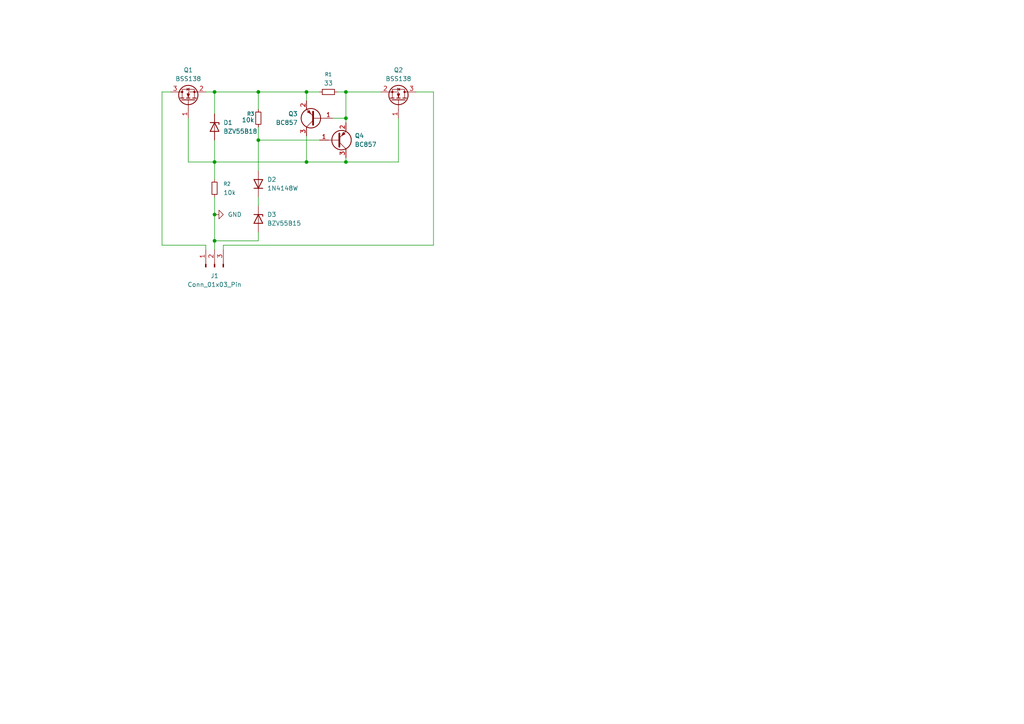
<source format=kicad_sch>
(kicad_sch (version 20250114) (generator "eeschema") (generator_version "9.0")
  (paper "A4")
  (lib_symbols
    (symbol "Connector:Conn_01x03_Pin" (pin_names (offset 1.016) (hide yes))
      (property "Reference" "J" (at 0 5.08 0))
      (property "Value" "Conn_01x03_Pin" (at 0 -5.08 0))
      (symbol "Conn_01x03_Pin_1_1"
        (rectangle (start 0.8636 2.667) (end 0 2.413) (stroke (width 0.1524)) (fill (type outline)))
        (rectangle (start 0.8636 0.127) (end 0 -0.127) (stroke (width 0.1524)) (fill (type outline)))
        (rectangle (start 0.8636 -2.413) (end 0 -2.667) (stroke (width 0.1524)) (fill (type outline)))
        (polyline (pts (xy 1.27 2.54) (xy 0.8636 2.54)) (stroke (width 0.1524)))
        (polyline (pts (xy 1.27 0) (xy 0.8636 0)) (stroke (width 0.1524)))
        (polyline (pts (xy 1.27 -2.54) (xy 0.8636 -2.54)) (stroke (width 0.1524)))
        (pin passive line (at 5.08 2.54 180) (length 3.81) (name "Pin_1") (number "1"))
        (pin passive line (at 5.08 0 180) (length 3.81) (name "Pin_2") (number "2"))
        (pin passive line (at 5.08 -2.54 180) (length 3.81) (name "Pin_3") (number "3"))
      )
    )
    (symbol "Device:R_Small" (pin_numbers (hide yes)) (pin_names (offset 0.254) (hide yes))
      (property "Reference" "R" (at 0 0 90))
      (property "Value" "R_Small" (at 1.778 0 90))
      (symbol "R_Small_0_1"
        (rectangle (start -0.762 1.778) (end 0.762 -1.778) (stroke (width 0.2032)))
      )
      (symbol "R_Small_1_1"
        (pin passive line (at 0 2.54 270) (length 0.762) (name "~") (number "1"))
        (pin passive line (at 0 -2.54 90) (length 0.762) (name "~") (number "2"))
      )
    )
    (symbol "Diode:1N4148W" (pin_numbers (hide yes)) (pin_names (hide yes))
      (property "Reference" "D" (at 0 2.54 0))
      (property "Value" "1N4148W" (at 0 -2.54 0))
      (symbol "1N4148W_0_1"
        (polyline (pts (xy -1.27 1.27) (xy -1.27 -1.27)) (stroke (width 0.254)))
        (polyline (pts (xy 1.27 1.27) (xy 1.27 -1.27) (xy -1.27 0) (xy 1.27 1.27)) (stroke (width 0.254)))
        (polyline (pts (xy 1.27 0) (xy -1.27 0)))
      )
      (symbol "1N4148W_1_1"
        (pin passive line (at -3.81 0 0) (length 2.54) (name "K") (number "1"))
        (pin passive line (at 3.81 0 180) (length 2.54) (name "A") (number "2"))
      )
    )
    (symbol "Diode:BZV55B15" (pin_numbers (hide yes)) (pin_names (hide yes))
      (property "Reference" "D" (at 0 2.54 0))
      (property "Value" "BZV55B15" (at 0 -2.54 0))
      (symbol "BZV55B15_0_1"
        (polyline (pts (xy -1.27 -1.27) (xy -1.27 1.27) (xy -0.762 1.27)) (stroke (width 0.254)))
        (polyline (pts (xy 1.27 0) (xy -1.27 0)))
        (polyline (pts (xy 1.27 -1.27) (xy 1.27 1.27) (xy -1.27 0) (xy 1.27 -1.27)) (stroke (width 0.254)))
      )
      (symbol "BZV55B15_1_1"
        (pin passive line (at -3.81 0 0) (length 2.54) (name "K") (number "1"))
        (pin passive line (at 3.81 0 180) (length 2.54) (name "A") (number "2"))
      )
    )
    (symbol "Diode:BZV55B18" (pin_numbers (hide yes)) (pin_names (hide yes))
      (property "Reference" "D" (at 0 2.54 0))
      (property "Value" "BZV55B18" (at 0 -2.54 0))
      (symbol "BZV55B18_0_1"
        (polyline (pts (xy -1.27 -1.27) (xy -1.27 1.27) (xy -0.762 1.27)) (stroke (width 0.254)))
        (polyline (pts (xy 1.27 0) (xy -1.27 0)))
        (polyline (pts (xy 1.27 -1.27) (xy 1.27 1.27) (xy -1.27 0) (xy 1.27 -1.27)) (stroke (width 0.254)))
      )
      (symbol "BZV55B18_1_1"
        (pin passive line (at -3.81 0 0) (length 2.54) (name "K") (number "1"))
        (pin passive line (at 3.81 0 180) (length 2.54) (name "A") (number "2"))
      )
    )
    (symbol "Transistor_BJT:BC857" (pin_names (offset 0) (hide yes))
      (property "Reference" "Q" (at 5.08 1.905 0))
      (property "Value" "BC857" (at 5.08 0 0))
      (symbol "BC857_0_1"
        (polyline (pts (xy -2.54 0) (xy 0.635 0)))
        (polyline (pts (xy 0.635 1.905) (xy 0.635 -1.905)) (stroke (width 0.508)))
        (polyline (pts (xy 0.635 0.635) (xy 2.54 2.54)))
        (polyline (pts (xy 0.635 -0.635) (xy 2.54 -2.54)))
        (circle (center 1.27 0) (radius 2.8194) (stroke (width 0.254)))
        (polyline (pts (xy 2.286 -1.778) (xy 1.778 -2.286) (xy 1.27 -1.27) (xy 2.286 -1.778)) (fill (type outline)))
      )
      (symbol "BC857_1_1"
        (pin input line (at -5.08 0 0) (length 2.54) (name "B") (number "1"))
        (pin passive line (at 2.54 5.08 270) (length 2.54) (name "C") (number "3"))
        (pin passive line (at 2.54 -5.08 90) (length 2.54) (name "E") (number "2"))
      )
    )
    (symbol "Transistor_FET:BSS138" (pin_names (offset 0) (hide yes))
      (property "Reference" "Q" (at 5.08 1.905 0))
      (property "Value" "BSS138" (at 5.08 0 0))
      (symbol "BSS138_0_1"
        (polyline (pts (xy 0.254 1.905) (xy 0.254 -1.905)) (stroke (width 0.254)))
        (polyline (pts (xy 0.254 0) (xy -2.54 0)))
        (polyline (pts (xy 0.762 2.286) (xy 0.762 1.27)) (stroke (width 0.254)))
        (polyline (pts (xy 0.762 0.508) (xy 0.762 -0.508)) (stroke (width 0.254)))
        (polyline (pts (xy 0.762 -1.27) (xy 0.762 -2.286)) (stroke (width 0.254)))
        (polyline (pts (xy 0.762 -1.778) (xy 3.302 -1.778) (xy 3.302 1.778) (xy 0.762 1.778)))
        (polyline (pts (xy 1.016 0) (xy 2.032 0.381) (xy 2.032 -0.381) (xy 1.016 0)) (fill (type outline)))
        (circle (center 1.651 0) (radius 2.794) (stroke (width 0.254)))
        (polyline (pts (xy 2.54 2.54) (xy 2.54 1.778)))
        (circle (center 2.54 1.778) (radius 0.254) (fill (type outline)))
        (circle (center 2.54 -1.778) (radius 0.254) (fill (type outline)))
        (polyline (pts (xy 2.54 -2.54) (xy 2.54 0) (xy 0.762 0)))
        (polyline (pts (xy 2.921 0.381) (xy 3.683 0.381)))
        (polyline (pts (xy 3.302 0.381) (xy 2.921 -0.254) (xy 3.683 -0.254) (xy 3.302 0.381)))
      )
      (symbol "BSS138_1_1"
        (pin input line (at -5.08 0 0) (length 2.54) (name "G") (number "1"))
        (pin passive line (at 2.54 5.08 270) (length 2.54) (name "D") (number "3"))
        (pin passive line (at 2.54 -5.08 90) (length 2.54) (name "S") (number "2"))
      )
    )
    (symbol "power:GND" (power) (pin_numbers (hide yes)) (pin_names (offset 0) (hide yes))
      (property "Value" "GND" (at 0 -3.81 0))
      (symbol "GND_0_1"
        (polyline (pts (xy 0 0) (xy 0 -1.27) (xy 1.27 -1.27) (xy 0 -2.54) (xy -1.27 -1.27) (xy 0 -1.27)))
      )
      (symbol "GND_1_1"
        (pin power_in line (at 0 0 270) (length 0) (name "~") (number "1"))
      )
    )
  )
  (junction (at 62.23 26.67))
  (junction (at 74.93 26.67))
  (junction (at 100.33 46.99))
  (junction (at 62.23 62.23))
  (junction (at 62.23 69.85))
  (junction (at 100.33 26.67))
  (junction (at 88.9 46.99))
  (junction (at 74.93 40.64))
  (junction (at 88.9 26.67))
  (junction (at 100.33 34.29))
  (junction (at 62.23 46.99))
  (wire (pts (xy 88.9 26.67) (xy 88.9 29.21)))
  (wire (pts (xy 88.9 26.67) (xy 74.93 26.67)))
  (wire (pts (xy 54.61 46.99) (xy 62.23 46.99)))
  (wire (pts (xy 59.69 71.12) (xy 46.99 71.12)))
  (wire (pts (xy 62.23 40.64) (xy 62.23 46.99)))
  (wire (pts (xy 74.93 31.75) (xy 74.93 26.67)))
  (wire (pts (xy 64.77 71.12) (xy 64.77 72.39)))
  (wire (pts (xy 74.93 67.31) (xy 74.93 69.85)))
  (wire (pts (xy 92.71 26.67) (xy 88.9 26.67)))
  (wire (pts (xy 125.73 71.12) (xy 64.77 71.12)))
  (wire (pts (xy 62.23 26.67) (xy 59.69 26.67)))
  (wire (pts (xy 100.33 46.99) (xy 115.57 46.99)))
  (wire (pts (xy 88.9 46.99) (xy 100.33 46.99)))
  (wire (pts (xy 115.57 34.29) (xy 115.57 46.99)))
  (wire (pts (xy 62.23 62.23) (xy 62.23 69.85)))
  (wire (pts (xy 62.23 26.67) (xy 62.23 33.02)))
  (wire (pts (xy 74.93 36.83) (xy 74.93 40.64)))
  (wire (pts (xy 62.23 69.85) (xy 74.93 69.85)))
  (wire (pts (xy 46.99 26.67) (xy 49.53 26.67)))
  (wire (pts (xy 62.23 52.07) (xy 62.23 46.99)))
  (wire (pts (xy 100.33 26.67) (xy 110.49 26.67)))
  (wire (pts (xy 74.93 26.67) (xy 62.23 26.67)))
  (wire (pts (xy 74.93 40.64) (xy 74.93 49.53)))
  (wire (pts (xy 100.33 45.72) (xy 100.33 46.99)))
  (wire (pts (xy 88.9 39.37) (xy 88.9 46.99)))
  (wire (pts (xy 96.52 34.29) (xy 100.33 34.29)))
  (wire (pts (xy 62.23 46.99) (xy 88.9 46.99)))
  (wire (pts (xy 120.65 26.67) (xy 125.73 26.67)))
  (wire (pts (xy 62.23 69.85) (xy 62.23 72.39)))
  (wire (pts (xy 92.71 40.64) (xy 74.93 40.64)))
  (wire (pts (xy 54.61 46.99) (xy 54.61 34.29)))
  (wire (pts (xy 125.73 26.67) (xy 125.73 71.12)))
  (wire (pts (xy 59.69 72.39) (xy 59.69 71.12)))
  (wire (pts (xy 62.23 57.15) (xy 62.23 62.23)))
  (wire (pts (xy 46.99 71.12) (xy 46.99 26.67)))
  (wire (pts (xy 100.33 26.67) (xy 97.79 26.67)))
  (wire (pts (xy 100.33 34.29) (xy 100.33 35.56)))
  (wire (pts (xy 100.33 34.29) (xy 100.33 26.67)))
  (wire (pts (xy 74.93 57.15) (xy 74.93 59.69)))
  (symbol (lib_id "Connector:Conn_01x03_Pin") (at 62.23 77.47 90) (unit 1)
    (property "Reference" "J1" (at 62.23 80.01 90))
    (property "Value" "Conn_01x03_Pin" (at 62.23 82.55 90))
    (property "Footprint" "Connector_PinHeader_2.54mm:PinHeader_1x03_P2.54mm_Vertical" (effects (hide yes)))
    (property "Description" "Generic connector, single row, 01x03, script generated" (effects (hide yes)))
  )
  (symbol (lib_id "Transistor_BJT:BC857") (at 91.44 34.29 180) (unit 1)
    (property "Reference" "Q3" (at 86.36 33.0199 0) (effects (justify left)))
    (property "Value" "BC857" (at 86.36 35.5599 0) (effects (justify left)))
    (property "Footprint" "Package_TO_SOT_SMD:SOT-23" (effects (hide yes)))
    (property "Datasheet" "https://www.onsemi.com/pub/Collateral/BC860-D.pdf" (effects (hide yes)))
    (property "Description" "0.1A Ic, 45V Vce, PNP Transistor, SOT-23" (effects (hide yes)))
  )
  (symbol (lib_id "Diode:BZV55B15") (at 74.93 63.5 270) (unit 1)
    (property "Reference" "D3" (at 77.47 62.2299 90) (effects (justify left)))
    (property "Value" "BZV55B15" (at 77.47 64.7699 90) (effects (justify left)))
    (property "Footprint" "Diode_SMD:D_MiniMELF" (effects (hide yes)))
    (property "Datasheet" "https://assets.nexperia.com/documents/data-sheet/BZV55_SER.pdf" (effects (hide yes)))
    (property "Description" "15V, 500mW, 2%, Zener diode, MiniMELF" (effects (hide yes)))
  )
  (symbol (lib_id "Diode:1N4148W") (at 74.93 53.34 90) (unit 1)
    (property "Reference" "D2" (at 77.47 52.0699 90) (effects (justify right)))
    (property "Value" "1N4148W" (at 77.47 54.6099 90) (effects (justify right)))
    (property "Footprint" "Diode_SMD:D_SOD-123" (effects (hide yes)))
    (property "Datasheet" "https://www.vishay.com/docs/85748/1n4148w.pdf" (effects (hide yes)))
    (property "Description" "75V 0.15A Fast Switching Diode, SOD-123" (effects (hide yes)))
    (property "Sim.Device" "D" (effects (hide yes)))
    (property "Sim.Pins" "1=K 2=A" (effects (hide yes)))
  )
  (symbol (lib_id "Transistor_BJT:BC857") (at 97.79 40.64 0) (mirror x) (unit 1)
    (property "Reference" "Q4" (at 102.87 39.3699 0) (effects (justify left)))
    (property "Value" "BC857" (at 102.87 41.9099 0) (effects (justify left)))
    (property "Footprint" "Package_TO_SOT_SMD:SOT-23" (effects (hide yes)))
    (property "Datasheet" "https://www.onsemi.com/pub/Collateral/BC860-D.pdf" (effects (hide yes)))
    (property "Description" "0.1A Ic, 45V Vce, PNP Transistor, SOT-23" (effects (hide yes)))
  )
  (symbol (lib_id "Device:R_Small") (at 62.23 54.61 0) (unit 1)
    (property "Reference" "R2" (at 64.77 53.3399 0) (effects (font (size 1.016 1.016)) (justify left)))
    (property "Value" "10k" (at 64.77 55.8799 0) (effects (justify left)))
    (property "Footprint" "Resistor_SMD:R_0805_2012Metric" (effects (hide yes)))
    (property "Description" "Resistor, small symbol" (effects (hide yes)))
  )
  (symbol (lib_id "Diode:BZV55B18") (at 62.23 36.83 270) (unit 1)
    (property "Reference" "D1" (at 64.77 35.5599 90) (effects (justify left)))
    (property "Value" "BZV55B18" (at 64.77 38.0999 90) (effects (justify left)))
    (property "Footprint" "Diode_SMD:D_MiniMELF" (effects (hide yes)))
    (property "Datasheet" "https://assets.nexperia.com/documents/data-sheet/BZV55_SER.pdf" (effects (hide yes)))
    (property "Description" "18V, 500mW, 2%, Zener diode, MiniMELF" (effects (hide yes)))
  )
  (symbol (lib_id "Transistor_FET:BSS138") (at 115.57 29.21 270) (mirror x) (unit 1)
    (property "Reference" "Q2" (at 115.57 20.32 90))
    (property "Value" "BSS138" (at 115.57 22.86 90))
    (property "Footprint" "Package_TO_SOT_SMD:SOT-23" (effects (hide yes)))
    (property "Datasheet" "https://www.onsemi.com/pub/Collateral/BSS138-D.PDF" (effects (hide yes)))
    (property "Description" "50V Vds, 0.22A Id, N-Channel MOSFET, SOT-23" (effects (hide yes)))
  )
  (symbol (lib_id "Device:R_Small") (at 74.93 34.29 0) (unit 1)
    (property "Reference" "R3" (at 71.628 33.02 0) (effects (font (size 1.016 1.016)) (justify left)))
    (property "Value" "10k" (at 70.104 34.798 0) (effects (justify left)))
    (property "Footprint" "Resistor_SMD:R_0805_2012Metric" (effects (hide yes)))
    (property "Description" "Resistor, small symbol" (effects (hide yes)))
  )
  (symbol (lib_id "power:GND") (at 62.23 62.23 90) (unit 1)
    (property "Reference" "#PWR01" (effects (hide yes)))
    (property "Value" "GND" (at 66.04 62.2299 90) (effects (justify right)))
    (property "Description" "Power symbol creates a global label with name \"GND\" , ground" (effects (hide yes)))
  )
  (symbol (lib_id "Device:R_Small") (at 95.25 26.67 90) (unit 1)
    (property "Reference" "R1" (at 95.25 21.59 90) (effects (font (size 1.016 1.016))))
    (property "Value" "33" (at 95.25 24.13 90))
    (property "Footprint" "Resistor_SMD:R_0805_2012Metric" (effects (hide yes)))
    (property "Description" "Resistor, small symbol" (effects (hide yes)))
  )
  (symbol (lib_id "Transistor_FET:BSS138") (at 54.61 29.21 90) (unit 1)
    (property "Reference" "Q1" (at 54.61 20.32 90))
    (property "Value" "BSS138" (at 54.61 22.86 90))
    (property "Footprint" "Package_TO_SOT_SMD:SOT-23" (effects (hide yes)))
    (property "Datasheet" "https://www.onsemi.com/pub/Collateral/BSS138-D.PDF" (effects (hide yes)))
    (property "Description" "50V Vds, 0.22A Id, N-Channel MOSFET, SOT-23" (effects (hide yes)))
  )
)
</source>
